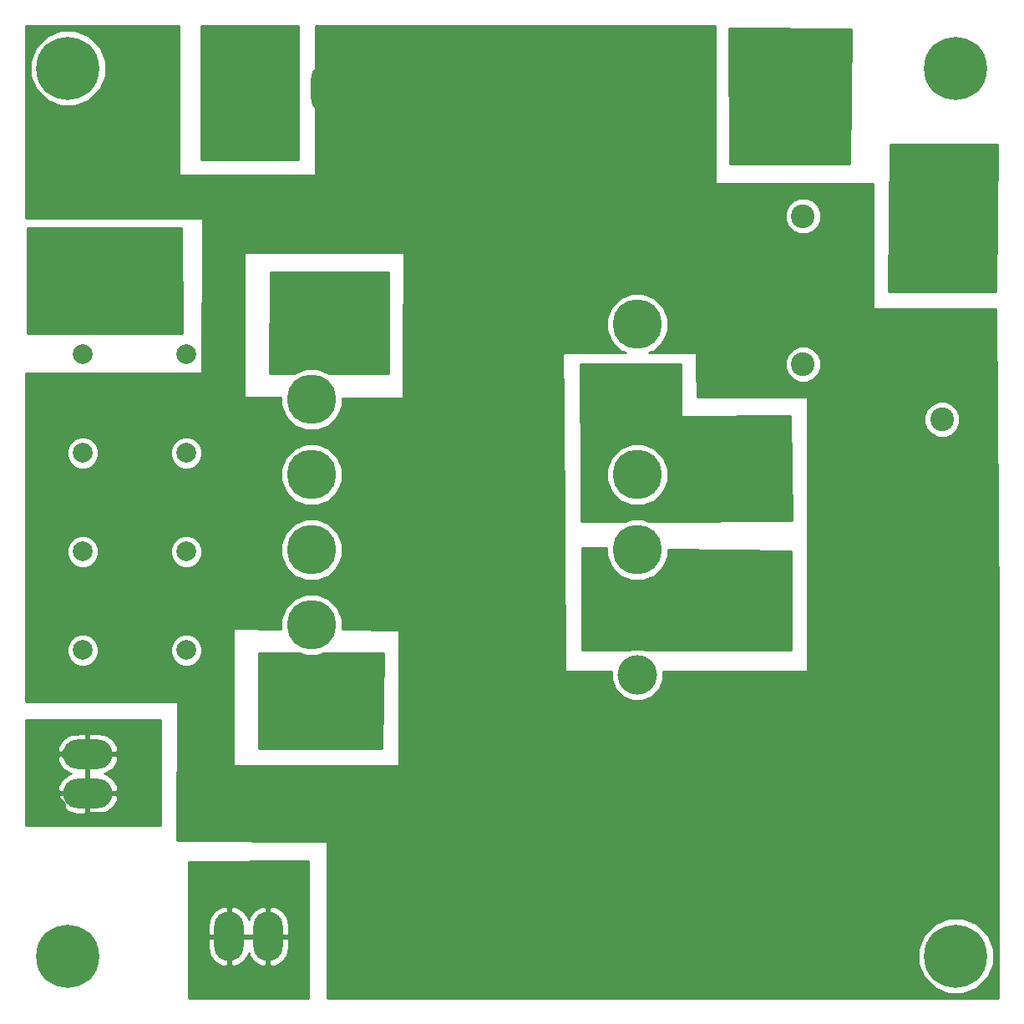
<source format=gbr>
G04 #@! TF.FileFunction,Copper,L2,Bot,Signal*
%FSLAX46Y46*%
G04 Gerber Fmt 4.6, Leading zero omitted, Abs format (unit mm)*
G04 Created by KiCad (PCBNEW 4.0.2-stable) date 10/05/17 14:13:38*
%MOMM*%
G01*
G04 APERTURE LIST*
%ADD10C,0.100000*%
%ADD11C,2.000000*%
%ADD12C,2.400000*%
%ADD13C,5.000000*%
%ADD14C,4.000000*%
%ADD15O,5.001260X2.999740*%
%ADD16O,2.999740X5.001260*%
%ADD17C,6.400000*%
%ADD18C,0.800000*%
%ADD19C,0.600000*%
%ADD20C,1.000000*%
%ADD21C,0.254000*%
G04 APERTURE END LIST*
D10*
D11*
X71000000Y-69000000D03*
X71000000Y-79000000D03*
X71000000Y-89000000D03*
X71000000Y-99000000D03*
X81500000Y-69000000D03*
X81500000Y-79000000D03*
X81500000Y-89000000D03*
X81500000Y-99000000D03*
D12*
X158100000Y-60600000D03*
X158100000Y-75600000D03*
X144000000Y-55000000D03*
X144000000Y-70000000D03*
D13*
X94190000Y-104050000D03*
D14*
X127210000Y-101502380D03*
D13*
X94190000Y-96430000D03*
X127210000Y-96430000D03*
X94190000Y-88810000D03*
X127210000Y-88810000D03*
X94190000Y-81190000D03*
X127210000Y-81190000D03*
X94190000Y-73570000D03*
X127210000Y-73570000D03*
X94190000Y-65950000D03*
X127210000Y-65950000D03*
D15*
X139700000Y-90518800D03*
X139700000Y-94481200D03*
X139700000Y-80418800D03*
X139700000Y-84381200D03*
D16*
X87418800Y-42000000D03*
X91381200Y-42000000D03*
X95618800Y-42100000D03*
X99581200Y-42100000D03*
D15*
X71500000Y-113481200D03*
X71500000Y-109518800D03*
X158100000Y-50218800D03*
X158100000Y-54181200D03*
X72500000Y-61781200D03*
X72500000Y-57818800D03*
X72500000Y-53781200D03*
X72500000Y-49818800D03*
D16*
X142918800Y-41500000D03*
X146881200Y-41500000D03*
X89781200Y-128000000D03*
X85818800Y-128000000D03*
X132881200Y-128400000D03*
X128918800Y-128400000D03*
D17*
X69500000Y-130000000D03*
D18*
X71900000Y-130000000D03*
X71197056Y-131697056D03*
X69500000Y-132400000D03*
X67802944Y-131697056D03*
X67100000Y-130000000D03*
X67802944Y-128302944D03*
X69500000Y-127600000D03*
X71197056Y-128302944D03*
D17*
X159500000Y-130000000D03*
D18*
X161900000Y-130000000D03*
X161197056Y-131697056D03*
X159500000Y-132400000D03*
X157802944Y-131697056D03*
X157100000Y-130000000D03*
X157802944Y-128302944D03*
X159500000Y-127600000D03*
X161197056Y-128302944D03*
D17*
X159500000Y-40000000D03*
D18*
X161900000Y-40000000D03*
X161197056Y-41697056D03*
X159500000Y-42400000D03*
X157802944Y-41697056D03*
X157100000Y-40000000D03*
X157802944Y-38302944D03*
X159500000Y-37600000D03*
X161197056Y-38302944D03*
D17*
X69500000Y-40000000D03*
D18*
X71900000Y-40000000D03*
X71197056Y-41697056D03*
X69500000Y-42400000D03*
X67802944Y-41697056D03*
X67100000Y-40000000D03*
X67802944Y-38302944D03*
X69500000Y-37600000D03*
X71197056Y-38302944D03*
D19*
X91340000Y-48240000D03*
X91380000Y-45390000D03*
X89350000Y-46020000D03*
X89450000Y-48220000D03*
X87600000Y-47350000D03*
X87500000Y-45520000D03*
X85570000Y-44730000D03*
X85760000Y-46480000D03*
X85800000Y-48270000D03*
X83900000Y-48430000D03*
X84010000Y-46670000D03*
X84120000Y-44650000D03*
X84160000Y-42520000D03*
X84210000Y-40460000D03*
X83760000Y-37770000D03*
X85690000Y-38790000D03*
X85220000Y-36620000D03*
X87500000Y-36370000D03*
X87420000Y-38400000D03*
X89470000Y-38650000D03*
X89710000Y-36370000D03*
X91660000Y-36370000D03*
X91660000Y-38180000D03*
X78790000Y-56940000D03*
X76470000Y-57050000D03*
X75890000Y-58980000D03*
X77760000Y-58650000D03*
X79710000Y-58650000D03*
X79880000Y-60410000D03*
X78090000Y-60740000D03*
X76000000Y-61130000D03*
X77340000Y-63000000D03*
X79430000Y-63000000D03*
X79680000Y-65770000D03*
X77530000Y-65770000D03*
X75210000Y-65990000D03*
X73480000Y-64370000D03*
X72500000Y-65970000D03*
X70970000Y-64350000D03*
X68790000Y-64070000D03*
X69120000Y-66110000D03*
X66830000Y-66130000D03*
X66610000Y-64180000D03*
X66780000Y-62190000D03*
X68870000Y-62250000D03*
X68820000Y-59760000D03*
X66440000Y-59790000D03*
X66750000Y-57700000D03*
X68930000Y-57670000D03*
X90920000Y-63950000D03*
X90830000Y-61830000D03*
X92790000Y-61800000D03*
X94770000Y-61660000D03*
X96500000Y-63000000D03*
X98800000Y-63340000D03*
X98740000Y-61640000D03*
X100840000Y-61860000D03*
X101060000Y-63840000D03*
X99520000Y-65380000D03*
X97760000Y-65660000D03*
X97040000Y-68150000D03*
X98940000Y-67670000D03*
X100920000Y-67560000D03*
X100840000Y-69650000D03*
X98990000Y-69910000D03*
X97040000Y-70070000D03*
X95330000Y-69540000D03*
X93070000Y-69770000D03*
X91170000Y-69930000D03*
X90940000Y-68060000D03*
X90720000Y-65830000D03*
X155910000Y-116730000D03*
X150600000Y-116230000D03*
X146910000Y-116400000D03*
X143440000Y-116620000D03*
X144450000Y-119470000D03*
X149090000Y-119750000D03*
X153500000Y-119020000D03*
X158080000Y-120250000D03*
X158250000Y-117680000D03*
X158530000Y-114390000D03*
X155400000Y-114220000D03*
X152330000Y-114330000D03*
X147690000Y-114160000D03*
X144450000Y-114160000D03*
X140820000Y-114050000D03*
X140260000Y-117850000D03*
X140710000Y-121650000D03*
X144000000Y-121990000D03*
X149140000Y-122100000D03*
X155070000Y-122990000D03*
X158360000Y-122940000D03*
X161440000Y-122380000D03*
X161440000Y-119640000D03*
X161850000Y-115940000D03*
X161730000Y-113540000D03*
X162040000Y-110910000D03*
X159940000Y-110760000D03*
X157090000Y-110760000D03*
X154420000Y-111020000D03*
X151300000Y-110730000D03*
X147720000Y-110700000D03*
X144140000Y-111010000D03*
X140990000Y-110750000D03*
X137910000Y-110390000D03*
X137910000Y-112740000D03*
X135450000Y-115620000D03*
X138140000Y-116570000D03*
X138300000Y-121090000D03*
X138810000Y-124840000D03*
X143220000Y-124720000D03*
X147580000Y-124840000D03*
X152220000Y-124840000D03*
X132690000Y-116230000D03*
X135530000Y-111760000D03*
X132080000Y-110950000D03*
X128630000Y-114600000D03*
X131670000Y-119480000D03*
X135740000Y-120090000D03*
X135740000Y-123950000D03*
X136350000Y-128020000D03*
X142850000Y-127610000D03*
X147320000Y-128630000D03*
X151990000Y-128630000D03*
X150980000Y-132080000D03*
X146510000Y-132080000D03*
X141430000Y-131880000D03*
X136750000Y-131060000D03*
X132370000Y-122950000D03*
X128640000Y-122240000D03*
X126680000Y-120640000D03*
X126770000Y-115130000D03*
X127390000Y-111480000D03*
X123660000Y-111130000D03*
X123390000Y-114860000D03*
X119840000Y-117880000D03*
X118060000Y-115660000D03*
X119930000Y-111570000D03*
X117610000Y-111570000D03*
X115210000Y-112730000D03*
X114410000Y-117970000D03*
X111040000Y-119570000D03*
X111660000Y-115390000D03*
X111660000Y-112900000D03*
X110320000Y-108280000D03*
X112990000Y-107840000D03*
X116550000Y-107120000D03*
X116280000Y-103040000D03*
X114060000Y-103300000D03*
X111130000Y-104010000D03*
X110640000Y-98070000D03*
X113050000Y-98350000D03*
X116340000Y-98850000D03*
X116510000Y-95440000D03*
X113550000Y-95050000D03*
X110310000Y-94660000D03*
X110080000Y-91030000D03*
X112600000Y-91420000D03*
X116340000Y-91700000D03*
X116400000Y-88230000D03*
X112540000Y-87120000D03*
X109410000Y-87170000D03*
X107440000Y-89610000D03*
X108050000Y-94280000D03*
X108250000Y-100580000D03*
X108450000Y-105050000D03*
X108660000Y-110950000D03*
X108660000Y-116640000D03*
X108860000Y-121920000D03*
X112110000Y-122530000D03*
X117800000Y-121310000D03*
X123080000Y-119080000D03*
X124910000Y-124560000D03*
X120040000Y-126190000D03*
X114350000Y-126190000D03*
X108860000Y-125580000D03*
X111300000Y-130450000D03*
X116990000Y-130250000D03*
X123900000Y-130860000D03*
X103920000Y-38050000D03*
X109440000Y-37690000D03*
X114950000Y-37520000D03*
X119210000Y-37690000D03*
X124370000Y-37520000D03*
X128640000Y-37870000D03*
X128730000Y-41250000D03*
X125170000Y-41430000D03*
X119750000Y-40810000D03*
X115300000Y-40810000D03*
X109440000Y-41250000D03*
X106150000Y-41340000D03*
X104810000Y-41690000D03*
X103390000Y-44180000D03*
X106150000Y-45250000D03*
X112100000Y-44720000D03*
X117440000Y-44270000D03*
X120460000Y-44630000D03*
X124370000Y-45070000D03*
X125620000Y-45070000D03*
X130060000Y-44890000D03*
X128820000Y-50050000D03*
X121700000Y-50140000D03*
X118150000Y-50140000D03*
X113970000Y-50230000D03*
X112100000Y-50230000D03*
X108280000Y-50050000D03*
X103750000Y-49430000D03*
X109350000Y-47030000D03*
X113610000Y-47120000D03*
X118500000Y-47650000D03*
X123040000Y-47830000D03*
X126150000Y-47830000D03*
X126150000Y-52900000D03*
X129620000Y-52810000D03*
X129880000Y-56540000D03*
X129790000Y-59120000D03*
X125530000Y-58760000D03*
X125790000Y-55740000D03*
X121970000Y-53430000D03*
X118060000Y-52980000D03*
X118860000Y-55920000D03*
X121620000Y-56100000D03*
X121790000Y-58410000D03*
X116280000Y-58760000D03*
X114950000Y-54580000D03*
X110410000Y-53430000D03*
X106500000Y-53870000D03*
X107920000Y-57870000D03*
X110680000Y-58230000D03*
X112370000Y-55830000D03*
X112710000Y-60800000D03*
X109520000Y-60910000D03*
X105840000Y-60850000D03*
X105450000Y-64040000D03*
X108690000Y-64210000D03*
X112260000Y-64370000D03*
X116340000Y-63030000D03*
X115950000Y-65990000D03*
X115750000Y-70140000D03*
X112460000Y-69340000D03*
X106410000Y-67560000D03*
X107480000Y-68280000D03*
X106500000Y-73430000D03*
X106590000Y-76540000D03*
X103840000Y-79480000D03*
X98860000Y-79570000D03*
X98320000Y-82410000D03*
X97970000Y-86320000D03*
X101080000Y-88720000D03*
X101260000Y-83920000D03*
X105260000Y-82410000D03*
X107210000Y-79480000D03*
X109700000Y-75570000D03*
X109350000Y-71740000D03*
X112810000Y-73160000D03*
X116370000Y-74230000D03*
X116370000Y-77790000D03*
X113350000Y-77170000D03*
X112990000Y-80100000D03*
X116190000Y-81250000D03*
X116190000Y-85080000D03*
X111300000Y-84010000D03*
X110060000Y-80190000D03*
X107840000Y-84810000D03*
X105260000Y-87570000D03*
X66470000Y-115590000D03*
X68760000Y-115840000D03*
X67670000Y-113600000D03*
X65770000Y-113460000D03*
X65970000Y-111510000D03*
X67920000Y-111260000D03*
X67840000Y-109020000D03*
X66050000Y-109470000D03*
X66190000Y-107400000D03*
X68170000Y-107180000D03*
X70800000Y-106840000D03*
X73540000Y-106950000D03*
X76360000Y-106810000D03*
X77480000Y-108350000D03*
X74990000Y-108550000D03*
X75570000Y-110180000D03*
X78030000Y-110480000D03*
X76670000Y-112000000D03*
X74820000Y-112170000D03*
X75940000Y-113840000D03*
X77950000Y-114490000D03*
X76720000Y-115830000D03*
X75020000Y-115800000D03*
X73230000Y-115920000D03*
X71450000Y-116010000D03*
X92520000Y-131170000D03*
X92700000Y-133480000D03*
X90710000Y-133580000D03*
X90480000Y-131470000D03*
X88550000Y-131250000D03*
X88700000Y-133280000D03*
X86660000Y-133200000D03*
X86620000Y-131350000D03*
X84820000Y-131370000D03*
X84590000Y-133340000D03*
X82890000Y-132970000D03*
X82860000Y-130700000D03*
X83010000Y-128200000D03*
X82810000Y-125900000D03*
X82840000Y-123410000D03*
X82810000Y-121430000D03*
X84550000Y-122130000D03*
X84490000Y-124280000D03*
X86640000Y-123910000D03*
X86530000Y-121200000D03*
X88490000Y-122460000D03*
X88320000Y-124580000D03*
X90250000Y-123860000D03*
X90440000Y-121620000D03*
X92450000Y-121930000D03*
X92560000Y-124050000D03*
X92540000Y-125920000D03*
X92620000Y-127930000D03*
X100320000Y-100200000D03*
X98260000Y-100200000D03*
X96160000Y-100770000D03*
X97610000Y-101880000D03*
X100200000Y-101880000D03*
X100390000Y-103900000D03*
X97800000Y-103750000D03*
X98030000Y-105610000D03*
X100240000Y-105650000D03*
X100280000Y-107860000D03*
X97920000Y-107940000D03*
X95940000Y-107980000D03*
X93350000Y-107630000D03*
X91250000Y-107780000D03*
X89920000Y-106870000D03*
X90410000Y-104660000D03*
X89650000Y-102680000D03*
X90080000Y-100540000D03*
X91990000Y-100460000D03*
X93980000Y-100240000D03*
X162000000Y-49570000D03*
X162140000Y-51580000D03*
X161860000Y-53980000D03*
X161630000Y-56630000D03*
X162050000Y-59200000D03*
X162160000Y-61500000D03*
X160400000Y-61500000D03*
X160260000Y-59570000D03*
X159870000Y-57080000D03*
X157810000Y-56970000D03*
X155910000Y-57000000D03*
X155820000Y-59090000D03*
X155650000Y-61300000D03*
X153870000Y-61020000D03*
X154030000Y-59010000D03*
X154060000Y-57300000D03*
X154120000Y-55280000D03*
X154180000Y-53570000D03*
X154240000Y-51800000D03*
X154430000Y-50150000D03*
X141580000Y-97540000D03*
X139900000Y-97540000D03*
X137770000Y-97960000D03*
X136020000Y-96580000D03*
X134800000Y-94560000D03*
X133080000Y-95670000D03*
X133240000Y-97650000D03*
X130800000Y-97840000D03*
X131030000Y-95550000D03*
X131600000Y-93420000D03*
X133810000Y-92540000D03*
X136090000Y-91590000D03*
X134720000Y-89880000D03*
X132210000Y-90180000D03*
X130610000Y-91330000D03*
X129350000Y-93000000D03*
X126490000Y-92770000D03*
X124400000Y-92160000D03*
X123060000Y-90260000D03*
X122910000Y-93000000D03*
X123220000Y-95210000D03*
X123290000Y-97570000D03*
X147540000Y-45130000D03*
X145130000Y-44640000D03*
X145270000Y-46760000D03*
X147520000Y-46940000D03*
X147320000Y-48830000D03*
X145350000Y-48810000D03*
X143480000Y-48730000D03*
X143380000Y-46940000D03*
X143440000Y-44890000D03*
X141670000Y-44660000D03*
X141770000Y-46470000D03*
X141550000Y-48610000D03*
X139720000Y-48480000D03*
X137550000Y-48420000D03*
X137710000Y-46470000D03*
X139860000Y-46170000D03*
X140020000Y-44080000D03*
X137460000Y-44460000D03*
X137810000Y-41910000D03*
X139870000Y-41760000D03*
X140170000Y-39200000D03*
X137660000Y-39700000D03*
X138230000Y-37340000D03*
X141120000Y-37380000D03*
X143710000Y-37570000D03*
X146530000Y-37530000D03*
X137660000Y-77950000D03*
X139830000Y-77950000D03*
X141920000Y-77950000D03*
X141010000Y-76280000D03*
X138650000Y-76280000D03*
X136470000Y-76280000D03*
X134650000Y-77040000D03*
X134800000Y-79550000D03*
X132510000Y-79900000D03*
X131940000Y-77460000D03*
X130490000Y-75480000D03*
X130760000Y-73340000D03*
X130300000Y-71090000D03*
X123670000Y-71490000D03*
X122440000Y-72980000D03*
X123440000Y-74680000D03*
X122430000Y-76080000D03*
X124400000Y-76310000D03*
X123060000Y-78370000D03*
X122910000Y-80580000D03*
X122800000Y-82520000D03*
X122950000Y-84730000D03*
X125040000Y-84730000D03*
X127100000Y-85040000D03*
X129160000Y-85150000D03*
X131670000Y-84810000D03*
X134110000Y-85000000D03*
X135830000Y-83860000D03*
X135750000Y-81340000D03*
X133620000Y-82220000D03*
X131330000Y-81880000D03*
X130910000Y-79210000D03*
X129160000Y-77300000D03*
X126720000Y-77000000D03*
D20*
X91381200Y-42000000D02*
X91381200Y-38458800D01*
X91340000Y-45430000D02*
X91340000Y-48240000D01*
X91380000Y-45390000D02*
X91340000Y-45430000D01*
X89350000Y-48120000D02*
X89350000Y-46020000D01*
X89450000Y-48220000D02*
X89350000Y-48120000D01*
X87600000Y-45620000D02*
X87600000Y-47350000D01*
X87500000Y-45520000D02*
X87600000Y-45620000D01*
X85570000Y-46290000D02*
X85570000Y-44730000D01*
X85760000Y-46480000D02*
X85570000Y-46290000D01*
X84060000Y-48270000D02*
X85800000Y-48270000D01*
X83900000Y-48430000D02*
X84060000Y-48270000D01*
X84010000Y-44760000D02*
X84010000Y-46670000D01*
X84120000Y-44650000D02*
X84010000Y-44760000D01*
X84160000Y-40510000D02*
X84160000Y-42520000D01*
X84210000Y-40460000D02*
X84160000Y-40510000D01*
X84670000Y-37770000D02*
X83760000Y-37770000D01*
X85690000Y-38790000D02*
X84670000Y-37770000D01*
X87250000Y-36620000D02*
X85220000Y-36620000D01*
X87500000Y-36370000D02*
X87250000Y-36620000D01*
X89220000Y-38400000D02*
X87420000Y-38400000D01*
X89470000Y-38650000D02*
X89220000Y-38400000D01*
X91660000Y-36370000D02*
X89710000Y-36370000D01*
X91381200Y-38458800D02*
X91660000Y-38180000D01*
X72500000Y-57818800D02*
X69078800Y-57818800D01*
X79740000Y-57890000D02*
X79740000Y-58870000D01*
X78790000Y-56940000D02*
X79740000Y-57890000D01*
X76470000Y-58400000D02*
X76470000Y-57050000D01*
X75890000Y-58980000D02*
X76470000Y-58400000D01*
X79710000Y-58650000D02*
X77760000Y-58650000D01*
X78420000Y-60410000D02*
X79880000Y-60410000D01*
X78090000Y-60740000D02*
X78420000Y-60410000D01*
X76000000Y-61660000D02*
X76000000Y-61130000D01*
X77340000Y-63000000D02*
X76000000Y-61660000D01*
X79430000Y-65520000D02*
X79430000Y-63000000D01*
X79680000Y-65770000D02*
X79430000Y-65520000D01*
X75430000Y-65770000D02*
X77530000Y-65770000D01*
X75210000Y-65990000D02*
X75430000Y-65770000D01*
X73480000Y-64990000D02*
X73480000Y-64370000D01*
X72500000Y-65970000D02*
X73480000Y-64990000D01*
X69070000Y-64350000D02*
X70970000Y-64350000D01*
X68790000Y-64070000D02*
X69070000Y-64350000D01*
X66850000Y-66110000D02*
X69120000Y-66110000D01*
X66830000Y-66130000D02*
X66850000Y-66110000D01*
X66610000Y-62360000D02*
X66610000Y-64180000D01*
X66780000Y-62190000D02*
X66610000Y-62360000D01*
X68870000Y-59810000D02*
X68870000Y-62250000D01*
X68820000Y-59760000D02*
X68870000Y-59810000D01*
X66440000Y-58010000D02*
X66440000Y-59790000D01*
X66750000Y-57700000D02*
X66440000Y-58010000D01*
X69078800Y-57818800D02*
X68930000Y-57670000D01*
X90920000Y-61920000D02*
X90920000Y-63950000D01*
X90830000Y-61830000D02*
X90920000Y-61920000D01*
X94630000Y-61800000D02*
X92790000Y-61800000D01*
X94770000Y-61660000D02*
X94630000Y-61800000D01*
X98460000Y-63000000D02*
X96500000Y-63000000D01*
X98800000Y-63340000D02*
X98460000Y-63000000D01*
X100620000Y-61640000D02*
X98740000Y-61640000D01*
X100840000Y-61860000D02*
X100620000Y-61640000D01*
X99520000Y-65380000D02*
X101060000Y-63840000D01*
X97760000Y-67430000D02*
X97760000Y-65660000D01*
X97040000Y-68150000D02*
X97760000Y-67430000D01*
X100810000Y-67670000D02*
X98940000Y-67670000D01*
X100920000Y-67560000D02*
X100810000Y-67670000D01*
X99250000Y-69650000D02*
X100840000Y-69650000D01*
X98990000Y-69910000D02*
X99250000Y-69650000D01*
X95860000Y-70070000D02*
X97040000Y-70070000D01*
X95330000Y-69540000D02*
X95860000Y-70070000D01*
X91330000Y-69770000D02*
X93070000Y-69770000D01*
X91170000Y-69930000D02*
X91330000Y-69770000D01*
X90940000Y-66050000D02*
X90940000Y-68060000D01*
X90720000Y-65830000D02*
X90940000Y-66050000D01*
X151100000Y-116730000D02*
X155910000Y-116730000D01*
X150600000Y-116230000D02*
X151100000Y-116730000D01*
X143660000Y-116400000D02*
X146910000Y-116400000D01*
X143440000Y-116620000D02*
X143660000Y-116400000D01*
X148810000Y-119470000D02*
X144450000Y-119470000D01*
X149090000Y-119750000D02*
X148810000Y-119470000D01*
X156850000Y-119020000D02*
X153500000Y-119020000D01*
X158080000Y-120250000D02*
X156850000Y-119020000D01*
X158250000Y-114670000D02*
X158250000Y-117680000D01*
X158530000Y-114390000D02*
X158250000Y-114670000D01*
X152440000Y-114220000D02*
X155400000Y-114220000D01*
X152330000Y-114330000D02*
X152440000Y-114220000D01*
X144450000Y-114160000D02*
X147690000Y-114160000D01*
X140820000Y-117290000D02*
X140820000Y-114050000D01*
X140260000Y-117850000D02*
X140820000Y-117290000D01*
X143660000Y-121650000D02*
X140710000Y-121650000D01*
X144000000Y-121990000D02*
X143660000Y-121650000D01*
X154180000Y-122100000D02*
X149140000Y-122100000D01*
X155070000Y-122990000D02*
X154180000Y-122100000D01*
X160880000Y-122940000D02*
X158360000Y-122940000D01*
X161440000Y-122380000D02*
X160880000Y-122940000D01*
X161440000Y-116350000D02*
X161440000Y-119640000D01*
X161850000Y-115940000D02*
X161440000Y-116350000D01*
X161730000Y-111220000D02*
X161730000Y-113540000D01*
X162040000Y-110910000D02*
X161730000Y-111220000D01*
X157090000Y-110760000D02*
X159940000Y-110760000D01*
X151590000Y-111020000D02*
X154420000Y-111020000D01*
X151300000Y-110730000D02*
X151590000Y-111020000D01*
X144450000Y-110700000D02*
X147720000Y-110700000D01*
X144140000Y-111010000D02*
X144450000Y-110700000D01*
X138270000Y-110750000D02*
X140990000Y-110750000D01*
X137910000Y-110390000D02*
X138270000Y-110750000D01*
X137910000Y-113160000D02*
X137910000Y-112740000D01*
X135450000Y-115620000D02*
X137910000Y-113160000D01*
X138140000Y-120930000D02*
X138140000Y-116570000D01*
X138300000Y-121090000D02*
X138140000Y-120930000D01*
X143100000Y-124840000D02*
X138810000Y-124840000D01*
X143220000Y-124720000D02*
X143100000Y-124840000D01*
X152220000Y-124840000D02*
X147580000Y-124840000D01*
X132881200Y-128400000D02*
X134090000Y-128400000D01*
X134090000Y-128400000D02*
X136750000Y-131060000D01*
X132690000Y-114600000D02*
X132690000Y-116230000D01*
X135530000Y-111760000D02*
X132690000Y-114600000D01*
X132080000Y-111150000D02*
X132080000Y-110950000D01*
X128630000Y-114600000D02*
X132080000Y-111150000D01*
X135130000Y-119480000D02*
X131670000Y-119480000D01*
X135740000Y-120090000D02*
X135130000Y-119480000D01*
X135740000Y-127410000D02*
X135740000Y-123950000D01*
X136350000Y-128020000D02*
X135740000Y-127410000D01*
X146300000Y-127610000D02*
X142850000Y-127610000D01*
X147320000Y-128630000D02*
X146300000Y-127610000D01*
X151990000Y-131070000D02*
X151990000Y-128630000D01*
X150980000Y-132080000D02*
X151990000Y-131070000D01*
X141630000Y-132080000D02*
X146510000Y-132080000D01*
X141430000Y-131880000D02*
X141630000Y-132080000D01*
X128918800Y-128400000D02*
X126360000Y-128400000D01*
X129350000Y-122950000D02*
X132370000Y-122950000D01*
X128640000Y-122240000D02*
X129350000Y-122950000D01*
X126680000Y-115220000D02*
X126680000Y-120640000D01*
X126770000Y-115130000D02*
X126680000Y-115220000D01*
X124010000Y-111480000D02*
X127390000Y-111480000D01*
X123660000Y-111130000D02*
X124010000Y-111480000D01*
X122860000Y-114860000D02*
X123390000Y-114860000D01*
X119840000Y-117880000D02*
X122860000Y-114860000D01*
X118060000Y-113440000D02*
X118060000Y-115660000D01*
X119930000Y-111570000D02*
X118060000Y-113440000D01*
X116370000Y-111570000D02*
X117610000Y-111570000D01*
X115210000Y-112730000D02*
X116370000Y-111570000D01*
X112640000Y-117970000D02*
X114410000Y-117970000D01*
X111040000Y-119570000D02*
X112640000Y-117970000D01*
X111660000Y-112900000D02*
X111660000Y-115390000D01*
X112550000Y-108280000D02*
X110320000Y-108280000D01*
X112990000Y-107840000D02*
X112550000Y-108280000D01*
X116550000Y-103310000D02*
X116550000Y-107120000D01*
X116280000Y-103040000D02*
X116550000Y-103310000D01*
X111840000Y-103300000D02*
X114060000Y-103300000D01*
X111130000Y-104010000D02*
X111840000Y-103300000D01*
X112770000Y-98070000D02*
X110640000Y-98070000D01*
X113050000Y-98350000D02*
X112770000Y-98070000D01*
X116340000Y-95610000D02*
X116340000Y-98850000D01*
X116510000Y-95440000D02*
X116340000Y-95610000D01*
X110700000Y-95050000D02*
X113550000Y-95050000D01*
X110310000Y-94660000D02*
X110700000Y-95050000D01*
X112210000Y-91030000D02*
X110080000Y-91030000D01*
X112600000Y-91420000D02*
X112210000Y-91030000D01*
X116340000Y-88290000D02*
X116340000Y-91700000D01*
X116400000Y-88230000D02*
X116340000Y-88290000D01*
X109460000Y-87120000D02*
X112540000Y-87120000D01*
X109410000Y-87170000D02*
X109460000Y-87120000D01*
X107440000Y-93670000D02*
X107440000Y-89610000D01*
X108050000Y-94280000D02*
X107440000Y-93670000D01*
X108250000Y-104850000D02*
X108250000Y-100580000D01*
X108450000Y-105050000D02*
X108250000Y-104850000D01*
X108660000Y-116640000D02*
X108660000Y-110950000D01*
X111500000Y-121920000D02*
X108860000Y-121920000D01*
X112110000Y-122530000D02*
X111500000Y-121920000D01*
X120850000Y-121310000D02*
X117800000Y-121310000D01*
X123080000Y-119080000D02*
X120850000Y-121310000D01*
X121670000Y-124560000D02*
X124910000Y-124560000D01*
X120040000Y-126190000D02*
X121670000Y-124560000D01*
X109470000Y-126190000D02*
X114350000Y-126190000D01*
X108860000Y-125580000D02*
X109470000Y-126190000D01*
X116790000Y-130450000D02*
X111300000Y-130450000D01*
X116990000Y-130250000D02*
X116790000Y-130450000D01*
X126360000Y-128400000D02*
X123900000Y-130860000D01*
X99581200Y-42100000D02*
X99870000Y-42100000D01*
X99870000Y-42100000D02*
X103920000Y-38050000D01*
X109440000Y-37690000D02*
X109610000Y-37520000D01*
X109610000Y-37520000D02*
X114950000Y-37520000D01*
X119210000Y-37690000D02*
X119380000Y-37520000D01*
X119380000Y-37520000D02*
X124370000Y-37520000D01*
X128640000Y-37870000D02*
X128730000Y-37960000D01*
X128730000Y-37960000D02*
X128730000Y-41250000D01*
X125170000Y-41430000D02*
X124550000Y-40810000D01*
X124550000Y-40810000D02*
X119750000Y-40810000D01*
X115300000Y-40810000D02*
X114860000Y-41250000D01*
X114860000Y-41250000D02*
X109440000Y-41250000D01*
X106150000Y-41340000D02*
X105800000Y-41690000D01*
X105800000Y-41690000D02*
X104810000Y-41690000D01*
X103390000Y-44180000D02*
X104460000Y-45250000D01*
X104460000Y-45250000D02*
X106150000Y-45250000D01*
X112100000Y-44720000D02*
X112550000Y-44270000D01*
X112550000Y-44270000D02*
X117440000Y-44270000D01*
X120460000Y-44630000D02*
X120900000Y-45070000D01*
X120900000Y-45070000D02*
X124370000Y-45070000D01*
X125620000Y-45070000D02*
X125800000Y-44890000D01*
X125800000Y-44890000D02*
X130060000Y-44890000D01*
X128820000Y-50050000D02*
X128730000Y-50140000D01*
X128730000Y-50140000D02*
X121700000Y-50140000D01*
X118150000Y-50140000D02*
X118060000Y-50230000D01*
X118060000Y-50230000D02*
X113970000Y-50230000D01*
X112100000Y-50230000D02*
X111920000Y-50050000D01*
X111920000Y-50050000D02*
X108280000Y-50050000D01*
X103750000Y-49430000D02*
X106150000Y-47030000D01*
X106150000Y-47030000D02*
X109350000Y-47030000D01*
X113610000Y-47120000D02*
X114140000Y-47650000D01*
X114140000Y-47650000D02*
X118500000Y-47650000D01*
X123040000Y-47830000D02*
X126150000Y-47830000D01*
X126150000Y-52900000D02*
X126240000Y-52810000D01*
X126240000Y-52810000D02*
X129620000Y-52810000D01*
X129880000Y-56540000D02*
X129790000Y-56630000D01*
X129790000Y-56630000D02*
X129790000Y-59120000D01*
X125530000Y-58760000D02*
X125790000Y-58500000D01*
X125790000Y-58500000D02*
X125790000Y-55740000D01*
X121970000Y-53430000D02*
X121520000Y-52980000D01*
X121520000Y-52980000D02*
X118060000Y-52980000D01*
X118860000Y-55920000D02*
X119040000Y-56100000D01*
X119040000Y-56100000D02*
X121620000Y-56100000D01*
X121790000Y-58410000D02*
X121440000Y-58760000D01*
X121440000Y-58760000D02*
X116280000Y-58760000D01*
X114950000Y-54580000D02*
X113800000Y-53430000D01*
X113800000Y-53430000D02*
X110410000Y-53430000D01*
X106500000Y-53870000D02*
X107920000Y-55290000D01*
X107920000Y-55290000D02*
X107920000Y-57870000D01*
X110680000Y-58230000D02*
X112370000Y-56540000D01*
X112370000Y-56540000D02*
X112370000Y-55830000D01*
X112710000Y-60800000D02*
X112600000Y-60910000D01*
X112600000Y-60910000D02*
X109520000Y-60910000D01*
X105840000Y-60850000D02*
X105450000Y-61240000D01*
X105450000Y-61240000D02*
X105450000Y-64040000D01*
X108690000Y-64210000D02*
X108850000Y-64370000D01*
X108850000Y-64370000D02*
X112260000Y-64370000D01*
X116340000Y-63030000D02*
X115950000Y-63420000D01*
X115950000Y-63420000D02*
X115950000Y-65990000D01*
X115750000Y-70140000D02*
X114950000Y-69340000D01*
X114950000Y-69340000D02*
X112460000Y-69340000D01*
X106410000Y-67560000D02*
X107130000Y-68280000D01*
X107130000Y-68280000D02*
X107480000Y-68280000D01*
X106500000Y-73430000D02*
X106590000Y-73520000D01*
X106590000Y-73520000D02*
X106590000Y-76540000D01*
X103840000Y-79480000D02*
X103750000Y-79570000D01*
X103750000Y-79570000D02*
X98860000Y-79570000D01*
X98320000Y-82410000D02*
X97970000Y-82760000D01*
X97970000Y-82760000D02*
X97970000Y-86320000D01*
X101080000Y-88720000D02*
X101260000Y-88540000D01*
X101260000Y-88540000D02*
X101260000Y-83920000D01*
X105260000Y-82410000D02*
X107210000Y-80460000D01*
X107210000Y-80460000D02*
X107210000Y-79480000D01*
X109700000Y-75570000D02*
X109350000Y-75220000D01*
X109350000Y-75220000D02*
X109350000Y-71740000D01*
X112810000Y-73160000D02*
X113880000Y-74230000D01*
X113880000Y-74230000D02*
X116370000Y-74230000D01*
X116370000Y-77790000D02*
X115750000Y-77170000D01*
X115750000Y-77170000D02*
X113350000Y-77170000D01*
X112990000Y-80100000D02*
X114140000Y-81250000D01*
X114140000Y-81250000D02*
X116190000Y-81250000D01*
X116190000Y-85080000D02*
X115120000Y-84010000D01*
X115120000Y-84010000D02*
X111300000Y-84010000D01*
X110060000Y-80190000D02*
X107840000Y-82410000D01*
X107840000Y-82410000D02*
X107840000Y-84810000D01*
X105260000Y-87570000D02*
X104290000Y-88540000D01*
X104290000Y-88540000D02*
X100990000Y-88540000D01*
X65740000Y-114860000D02*
X65740000Y-113380000D01*
X66470000Y-115590000D02*
X65740000Y-114860000D01*
X68760000Y-114690000D02*
X68760000Y-115840000D01*
X67670000Y-113600000D02*
X68760000Y-114690000D01*
X65770000Y-111710000D02*
X65770000Y-113460000D01*
X65970000Y-111510000D02*
X65770000Y-111710000D01*
X67920000Y-109100000D02*
X67920000Y-111260000D01*
X67840000Y-109020000D02*
X67920000Y-109100000D01*
X66050000Y-107540000D02*
X66050000Y-109470000D01*
X66190000Y-107400000D02*
X66050000Y-107540000D01*
X70460000Y-107180000D02*
X68170000Y-107180000D01*
X70800000Y-106840000D02*
X70460000Y-107180000D01*
X76220000Y-106950000D02*
X73540000Y-106950000D01*
X76360000Y-106810000D02*
X76220000Y-106950000D01*
X75190000Y-108350000D02*
X77480000Y-108350000D01*
X74990000Y-108550000D02*
X75190000Y-108350000D01*
X77730000Y-110180000D02*
X75570000Y-110180000D01*
X78030000Y-110480000D02*
X77730000Y-110180000D01*
X74990000Y-112000000D02*
X76670000Y-112000000D01*
X74820000Y-112170000D02*
X74990000Y-112000000D01*
X77300000Y-113840000D02*
X75940000Y-113840000D01*
X77950000Y-114490000D02*
X77300000Y-113840000D01*
X75050000Y-115830000D02*
X76720000Y-115830000D01*
X75020000Y-115800000D02*
X75050000Y-115830000D01*
X71540000Y-115920000D02*
X73230000Y-115920000D01*
X71450000Y-116010000D02*
X71540000Y-115920000D01*
X92520000Y-133300000D02*
X92520000Y-131170000D01*
X92700000Y-133480000D02*
X92520000Y-133300000D01*
X90710000Y-131700000D02*
X90710000Y-133580000D01*
X90480000Y-131470000D02*
X90710000Y-131700000D01*
X88550000Y-133130000D02*
X88550000Y-131250000D01*
X88700000Y-133280000D02*
X88550000Y-133130000D01*
X86660000Y-131390000D02*
X86660000Y-133200000D01*
X86620000Y-131350000D02*
X86660000Y-131390000D01*
X84820000Y-133110000D02*
X84820000Y-131370000D01*
X84590000Y-133340000D02*
X84820000Y-133110000D01*
X82890000Y-130730000D02*
X82890000Y-132970000D01*
X82860000Y-130700000D02*
X82890000Y-130730000D01*
X83010000Y-126100000D02*
X83010000Y-128200000D01*
X82810000Y-125900000D02*
X83010000Y-126100000D01*
X82840000Y-121460000D02*
X82840000Y-123410000D01*
X82810000Y-121430000D02*
X82840000Y-121460000D01*
X84550000Y-124220000D02*
X84550000Y-122130000D01*
X84490000Y-124280000D02*
X84550000Y-124220000D01*
X86640000Y-121310000D02*
X86640000Y-123910000D01*
X86530000Y-121200000D02*
X86640000Y-121310000D01*
X88490000Y-124410000D02*
X88490000Y-122460000D01*
X88320000Y-124580000D02*
X88490000Y-124410000D01*
X90250000Y-121810000D02*
X90250000Y-123860000D01*
X90440000Y-121620000D02*
X90250000Y-121810000D01*
X92450000Y-123940000D02*
X92450000Y-121930000D01*
X92560000Y-124050000D02*
X92450000Y-123940000D01*
X92540000Y-127850000D02*
X92540000Y-125920000D01*
X92620000Y-127930000D02*
X92540000Y-127850000D01*
X98260000Y-100200000D02*
X100320000Y-100200000D01*
X96500000Y-100770000D02*
X96160000Y-100770000D01*
X97610000Y-101880000D02*
X96500000Y-100770000D01*
X100200000Y-103710000D02*
X100200000Y-101880000D01*
X100390000Y-103900000D02*
X100200000Y-103710000D01*
X97800000Y-105380000D02*
X97800000Y-103750000D01*
X98030000Y-105610000D02*
X97800000Y-105380000D01*
X100240000Y-107820000D02*
X100240000Y-105650000D01*
X100280000Y-107860000D02*
X100240000Y-107820000D01*
X95980000Y-107940000D02*
X97920000Y-107940000D01*
X95940000Y-107980000D02*
X95980000Y-107940000D01*
X91400000Y-107630000D02*
X93350000Y-107630000D01*
X91250000Y-107780000D02*
X91400000Y-107630000D01*
X89920000Y-105150000D02*
X89920000Y-106870000D01*
X90410000Y-104660000D02*
X89920000Y-105150000D01*
X89650000Y-100970000D02*
X89650000Y-102680000D01*
X90080000Y-100540000D02*
X89650000Y-100970000D01*
X93760000Y-100460000D02*
X91990000Y-100460000D01*
X93980000Y-100240000D02*
X93760000Y-100460000D01*
X69308800Y-109518800D02*
X71500000Y-109518800D01*
X158100000Y-50218800D02*
X154498800Y-50218800D01*
X162000000Y-49570000D02*
X158100000Y-53470000D01*
X162140000Y-53700000D02*
X162140000Y-51580000D01*
X161860000Y-53980000D02*
X162140000Y-53700000D01*
X161630000Y-58780000D02*
X161630000Y-56630000D01*
X162050000Y-59200000D02*
X161630000Y-58780000D01*
X160400000Y-61500000D02*
X162160000Y-61500000D01*
X160260000Y-57470000D02*
X160260000Y-59570000D01*
X159870000Y-57080000D02*
X160260000Y-57470000D01*
X155940000Y-56970000D02*
X157810000Y-56970000D01*
X155910000Y-57000000D02*
X155940000Y-56970000D01*
X155820000Y-61130000D02*
X155820000Y-59090000D01*
X155650000Y-61300000D02*
X155820000Y-61130000D01*
X153870000Y-59170000D02*
X153870000Y-61020000D01*
X154030000Y-59010000D02*
X153870000Y-59170000D01*
X154060000Y-55340000D02*
X154060000Y-57300000D01*
X154120000Y-55280000D02*
X154060000Y-55340000D01*
X154180000Y-51860000D02*
X154180000Y-53570000D01*
X154240000Y-51800000D02*
X154180000Y-51860000D01*
X154498800Y-50218800D02*
X154430000Y-50150000D01*
X158100000Y-53470000D02*
X158100000Y-54181200D01*
X139900000Y-97540000D02*
X141580000Y-97540000D01*
X137400000Y-97960000D02*
X137770000Y-97960000D01*
X136020000Y-96580000D02*
X137400000Y-97960000D01*
X134190000Y-94560000D02*
X134800000Y-94560000D01*
X133080000Y-95670000D02*
X134190000Y-94560000D01*
X130990000Y-97650000D02*
X133240000Y-97650000D01*
X130800000Y-97840000D02*
X130990000Y-97650000D01*
X131030000Y-93990000D02*
X131030000Y-95550000D01*
X131600000Y-93420000D02*
X131030000Y-93990000D01*
X135140000Y-92540000D02*
X133810000Y-92540000D01*
X136090000Y-91590000D02*
X135140000Y-92540000D01*
X132510000Y-89880000D02*
X134720000Y-89880000D01*
X132210000Y-90180000D02*
X132510000Y-89880000D01*
X130610000Y-91740000D02*
X130610000Y-91330000D01*
X129350000Y-93000000D02*
X130610000Y-91740000D01*
X125010000Y-92770000D02*
X126490000Y-92770000D01*
X124400000Y-92160000D02*
X125010000Y-92770000D01*
X123060000Y-92850000D02*
X123060000Y-90260000D01*
X122910000Y-93000000D02*
X123060000Y-92850000D01*
X123220000Y-97500000D02*
X123220000Y-95210000D01*
X123290000Y-97570000D02*
X123220000Y-97500000D01*
X139700000Y-94890000D02*
X139700000Y-94481200D01*
X146881200Y-41500000D02*
X146881200Y-37881200D01*
X147620000Y-46900000D02*
X147440000Y-46900000D01*
X147620000Y-45210000D02*
X147620000Y-46900000D01*
X147540000Y-45130000D02*
X147620000Y-45210000D01*
X145130000Y-46620000D02*
X145130000Y-44640000D01*
X145270000Y-46760000D02*
X145130000Y-46620000D01*
X147520000Y-48630000D02*
X147520000Y-46940000D01*
X147320000Y-48830000D02*
X147520000Y-48630000D01*
X143560000Y-48810000D02*
X145350000Y-48810000D01*
X143480000Y-48730000D02*
X143560000Y-48810000D01*
X143380000Y-44950000D02*
X143380000Y-46940000D01*
X143440000Y-44890000D02*
X143380000Y-44950000D01*
X141670000Y-46370000D02*
X141670000Y-44660000D01*
X141770000Y-46470000D02*
X141670000Y-46370000D01*
X139850000Y-48610000D02*
X141550000Y-48610000D01*
X139720000Y-48480000D02*
X139850000Y-48610000D01*
X137550000Y-46630000D02*
X137550000Y-48420000D01*
X137710000Y-46470000D02*
X137550000Y-46630000D01*
X139860000Y-44240000D02*
X139860000Y-46170000D01*
X140020000Y-44080000D02*
X139860000Y-44240000D01*
X137460000Y-42260000D02*
X137460000Y-44460000D01*
X137810000Y-41910000D02*
X137460000Y-42260000D01*
X139870000Y-39500000D02*
X139870000Y-41760000D01*
X140170000Y-39200000D02*
X139870000Y-39500000D01*
X137660000Y-37910000D02*
X137660000Y-39700000D01*
X138230000Y-37340000D02*
X137660000Y-37910000D01*
X143520000Y-37380000D02*
X141120000Y-37380000D01*
X143710000Y-37570000D02*
X143520000Y-37380000D01*
X146881200Y-37881200D02*
X146530000Y-37530000D01*
X127210000Y-73570000D02*
X127820000Y-73570000D01*
X127820000Y-73570000D02*
X130300000Y-71090000D01*
X139830000Y-77950000D02*
X137660000Y-77950000D01*
X141920000Y-77190000D02*
X141920000Y-77950000D01*
X141010000Y-76280000D02*
X141920000Y-77190000D01*
X136470000Y-76280000D02*
X138650000Y-76280000D01*
X134650000Y-79400000D02*
X134650000Y-77040000D01*
X134800000Y-79550000D02*
X134650000Y-79400000D01*
X132510000Y-78030000D02*
X132510000Y-79900000D01*
X131940000Y-77460000D02*
X132510000Y-78030000D01*
X130490000Y-73610000D02*
X130490000Y-75480000D01*
X130760000Y-73340000D02*
X130490000Y-73610000D01*
X123670000Y-71490000D02*
X122440000Y-72720000D01*
X122440000Y-72720000D02*
X122440000Y-72980000D01*
X123440000Y-74680000D02*
X122430000Y-75690000D01*
X122430000Y-75690000D02*
X122430000Y-76080000D01*
X124400000Y-76310000D02*
X123060000Y-77650000D01*
X123060000Y-77650000D02*
X123060000Y-78370000D01*
X122910000Y-80580000D02*
X122800000Y-80690000D01*
X122800000Y-80690000D02*
X122800000Y-82520000D01*
X122950000Y-84730000D02*
X125040000Y-84730000D01*
X127100000Y-85040000D02*
X127210000Y-85150000D01*
X127210000Y-85150000D02*
X129160000Y-85150000D01*
X131670000Y-84810000D02*
X131860000Y-85000000D01*
X131860000Y-85000000D02*
X134110000Y-85000000D01*
X135830000Y-83860000D02*
X135750000Y-83780000D01*
X135750000Y-83780000D02*
X135750000Y-81340000D01*
X133620000Y-82220000D02*
X133280000Y-81880000D01*
X133280000Y-81880000D02*
X131330000Y-81880000D01*
X130910000Y-79210000D02*
X129160000Y-77460000D01*
X129160000Y-77460000D02*
X129160000Y-77300000D01*
X126720000Y-77000000D02*
X126030000Y-76310000D01*
X126030000Y-76310000D02*
X124510000Y-76310000D01*
D21*
G36*
X93872839Y-134290000D02*
X81766852Y-134290000D01*
X81762509Y-128127000D01*
X83683930Y-128127000D01*
X83683930Y-129127760D01*
X83895038Y-129935072D01*
X84399021Y-130600144D01*
X85119153Y-131021724D01*
X85359988Y-131085745D01*
X85691800Y-130972795D01*
X85691800Y-128127000D01*
X85945800Y-128127000D01*
X85945800Y-130972795D01*
X86277612Y-131085745D01*
X86518447Y-131021724D01*
X87238579Y-130600144D01*
X87742562Y-129935072D01*
X87800000Y-129715420D01*
X87857438Y-129935072D01*
X88361421Y-130600144D01*
X89081553Y-131021724D01*
X89322388Y-131085745D01*
X89654200Y-130972795D01*
X89654200Y-128127000D01*
X89908200Y-128127000D01*
X89908200Y-130972795D01*
X90240012Y-131085745D01*
X90480847Y-131021724D01*
X91200979Y-130600144D01*
X91704962Y-129935072D01*
X91916070Y-129127760D01*
X91916070Y-128127000D01*
X89908200Y-128127000D01*
X89654200Y-128127000D01*
X85945800Y-128127000D01*
X85691800Y-128127000D01*
X83683930Y-128127000D01*
X81762509Y-128127000D01*
X81761625Y-126872240D01*
X83683930Y-126872240D01*
X83683930Y-127873000D01*
X85691800Y-127873000D01*
X85691800Y-125027205D01*
X85945800Y-125027205D01*
X85945800Y-127873000D01*
X89654200Y-127873000D01*
X89654200Y-125027205D01*
X89908200Y-125027205D01*
X89908200Y-127873000D01*
X91916070Y-127873000D01*
X91916070Y-126872240D01*
X91704962Y-126064928D01*
X91200979Y-125399856D01*
X90480847Y-124978276D01*
X90240012Y-124914255D01*
X89908200Y-125027205D01*
X89654200Y-125027205D01*
X89322388Y-124914255D01*
X89081553Y-124978276D01*
X88361421Y-125399856D01*
X87857438Y-126064928D01*
X87800000Y-126284580D01*
X87742562Y-126064928D01*
X87238579Y-125399856D01*
X86518447Y-124978276D01*
X86277612Y-124914255D01*
X85945800Y-125027205D01*
X85691800Y-125027205D01*
X85359988Y-124914255D01*
X85119153Y-124978276D01*
X84399021Y-125399856D01*
X83895038Y-126064928D01*
X83683930Y-126872240D01*
X81761625Y-126872240D01*
X81757089Y-120436385D01*
X93863089Y-120377618D01*
X93872839Y-134290000D01*
X93872839Y-134290000D01*
G37*
X93872839Y-134290000D02*
X81766852Y-134290000D01*
X81762509Y-128127000D01*
X83683930Y-128127000D01*
X83683930Y-129127760D01*
X83895038Y-129935072D01*
X84399021Y-130600144D01*
X85119153Y-131021724D01*
X85359988Y-131085745D01*
X85691800Y-130972795D01*
X85691800Y-128127000D01*
X85945800Y-128127000D01*
X85945800Y-130972795D01*
X86277612Y-131085745D01*
X86518447Y-131021724D01*
X87238579Y-130600144D01*
X87742562Y-129935072D01*
X87800000Y-129715420D01*
X87857438Y-129935072D01*
X88361421Y-130600144D01*
X89081553Y-131021724D01*
X89322388Y-131085745D01*
X89654200Y-130972795D01*
X89654200Y-128127000D01*
X89908200Y-128127000D01*
X89908200Y-130972795D01*
X90240012Y-131085745D01*
X90480847Y-131021724D01*
X91200979Y-130600144D01*
X91704962Y-129935072D01*
X91916070Y-129127760D01*
X91916070Y-128127000D01*
X89908200Y-128127000D01*
X89654200Y-128127000D01*
X85945800Y-128127000D01*
X85691800Y-128127000D01*
X83683930Y-128127000D01*
X81762509Y-128127000D01*
X81761625Y-126872240D01*
X83683930Y-126872240D01*
X83683930Y-127873000D01*
X85691800Y-127873000D01*
X85691800Y-125027205D01*
X85945800Y-125027205D01*
X85945800Y-127873000D01*
X89654200Y-127873000D01*
X89654200Y-125027205D01*
X89908200Y-125027205D01*
X89908200Y-127873000D01*
X91916070Y-127873000D01*
X91916070Y-126872240D01*
X91704962Y-126064928D01*
X91200979Y-125399856D01*
X90480847Y-124978276D01*
X90240012Y-124914255D01*
X89908200Y-125027205D01*
X89654200Y-125027205D01*
X89322388Y-124914255D01*
X89081553Y-124978276D01*
X88361421Y-125399856D01*
X87857438Y-126064928D01*
X87800000Y-126284580D01*
X87742562Y-126064928D01*
X87238579Y-125399856D01*
X86518447Y-124978276D01*
X86277612Y-124914255D01*
X85945800Y-125027205D01*
X85691800Y-125027205D01*
X85359988Y-124914255D01*
X85119153Y-124978276D01*
X84399021Y-125399856D01*
X83895038Y-126064928D01*
X83683930Y-126872240D01*
X81761625Y-126872240D01*
X81757089Y-120436385D01*
X93863089Y-120377618D01*
X93872839Y-134290000D01*
G36*
X78833693Y-106076729D02*
X78892302Y-116763000D01*
X65210000Y-116763000D01*
X65210000Y-113940012D01*
X68414255Y-113940012D01*
X68478276Y-114180847D01*
X68899856Y-114900979D01*
X69564928Y-115404962D01*
X70372240Y-115616070D01*
X71373000Y-115616070D01*
X71373000Y-113608200D01*
X71627000Y-113608200D01*
X71627000Y-115616070D01*
X72627760Y-115616070D01*
X73435072Y-115404962D01*
X74100144Y-114900979D01*
X74521724Y-114180847D01*
X74585745Y-113940012D01*
X74472795Y-113608200D01*
X71627000Y-113608200D01*
X71373000Y-113608200D01*
X68527205Y-113608200D01*
X68414255Y-113940012D01*
X65210000Y-113940012D01*
X65210000Y-109977612D01*
X68414255Y-109977612D01*
X68478276Y-110218447D01*
X68899856Y-110938579D01*
X69564928Y-111442562D01*
X69784580Y-111500000D01*
X69564928Y-111557438D01*
X68899856Y-112061421D01*
X68478276Y-112781553D01*
X68414255Y-113022388D01*
X68527205Y-113354200D01*
X71373000Y-113354200D01*
X71373000Y-109645800D01*
X71627000Y-109645800D01*
X71627000Y-113354200D01*
X74472795Y-113354200D01*
X74585745Y-113022388D01*
X74521724Y-112781553D01*
X74100144Y-112061421D01*
X73435072Y-111557438D01*
X73215420Y-111500000D01*
X73435072Y-111442562D01*
X74100144Y-110938579D01*
X74521724Y-110218447D01*
X74585745Y-109977612D01*
X74472795Y-109645800D01*
X71627000Y-109645800D01*
X71373000Y-109645800D01*
X68527205Y-109645800D01*
X68414255Y-109977612D01*
X65210000Y-109977612D01*
X65210000Y-109059988D01*
X68414255Y-109059988D01*
X68527205Y-109391800D01*
X71373000Y-109391800D01*
X71373000Y-107383930D01*
X71627000Y-107383930D01*
X71627000Y-109391800D01*
X74472795Y-109391800D01*
X74585745Y-109059988D01*
X74521724Y-108819153D01*
X74100144Y-108099021D01*
X73435072Y-107595038D01*
X72627760Y-107383930D01*
X71627000Y-107383930D01*
X71373000Y-107383930D01*
X70372240Y-107383930D01*
X69564928Y-107595038D01*
X68899856Y-108099021D01*
X68478276Y-108819153D01*
X68414255Y-109059988D01*
X65210000Y-109059988D01*
X65210000Y-106047473D01*
X78833693Y-106076729D01*
X78833693Y-106076729D01*
G37*
X78833693Y-106076729D02*
X78892302Y-116763000D01*
X65210000Y-116763000D01*
X65210000Y-113940012D01*
X68414255Y-113940012D01*
X68478276Y-114180847D01*
X68899856Y-114900979D01*
X69564928Y-115404962D01*
X70372240Y-115616070D01*
X71373000Y-115616070D01*
X71373000Y-113608200D01*
X71627000Y-113608200D01*
X71627000Y-115616070D01*
X72627760Y-115616070D01*
X73435072Y-115404962D01*
X74100144Y-114900979D01*
X74521724Y-114180847D01*
X74585745Y-113940012D01*
X74472795Y-113608200D01*
X71627000Y-113608200D01*
X71373000Y-113608200D01*
X68527205Y-113608200D01*
X68414255Y-113940012D01*
X65210000Y-113940012D01*
X65210000Y-109977612D01*
X68414255Y-109977612D01*
X68478276Y-110218447D01*
X68899856Y-110938579D01*
X69564928Y-111442562D01*
X69784580Y-111500000D01*
X69564928Y-111557438D01*
X68899856Y-112061421D01*
X68478276Y-112781553D01*
X68414255Y-113022388D01*
X68527205Y-113354200D01*
X71373000Y-113354200D01*
X71373000Y-109645800D01*
X71627000Y-109645800D01*
X71627000Y-113354200D01*
X74472795Y-113354200D01*
X74585745Y-113022388D01*
X74521724Y-112781553D01*
X74100144Y-112061421D01*
X73435072Y-111557438D01*
X73215420Y-111500000D01*
X73435072Y-111442562D01*
X74100144Y-110938579D01*
X74521724Y-110218447D01*
X74585745Y-109977612D01*
X74472795Y-109645800D01*
X71627000Y-109645800D01*
X71373000Y-109645800D01*
X68527205Y-109645800D01*
X68414255Y-109977612D01*
X65210000Y-109977612D01*
X65210000Y-109059988D01*
X68414255Y-109059988D01*
X68527205Y-109391800D01*
X71373000Y-109391800D01*
X71373000Y-107383930D01*
X71627000Y-107383930D01*
X71627000Y-109391800D01*
X74472795Y-109391800D01*
X74585745Y-109059988D01*
X74521724Y-108819153D01*
X74100144Y-108099021D01*
X73435072Y-107595038D01*
X72627760Y-107383930D01*
X71627000Y-107383930D01*
X71373000Y-107383930D01*
X70372240Y-107383930D01*
X69564928Y-107595038D01*
X68899856Y-108099021D01*
X68478276Y-108819153D01*
X68414255Y-109059988D01*
X65210000Y-109059988D01*
X65210000Y-106047473D01*
X78833693Y-106076729D01*
G36*
X81062066Y-66853321D02*
X65426535Y-66892681D01*
X65387465Y-56207000D01*
X80983928Y-56207000D01*
X81062066Y-66853321D01*
X81062066Y-66853321D01*
G37*
X81062066Y-66853321D02*
X65426535Y-66892681D01*
X65387465Y-56207000D01*
X80983928Y-56207000D01*
X81062066Y-66853321D01*
G36*
X101963102Y-60707328D02*
X101972879Y-70972792D01*
X96017310Y-70963069D01*
X95968153Y-70913826D01*
X94816326Y-70435546D01*
X93569146Y-70434457D01*
X92416485Y-70910727D01*
X92370017Y-70957114D01*
X89977367Y-70953208D01*
X90006854Y-60770426D01*
X90010347Y-60764879D01*
X90018575Y-60718337D01*
X90018556Y-60716789D01*
X101949243Y-60697133D01*
X101963102Y-60707328D01*
X101963102Y-60707328D01*
G37*
X101963102Y-60707328D02*
X101972879Y-70972792D01*
X96017310Y-70963069D01*
X95968153Y-70913826D01*
X94816326Y-70435546D01*
X93569146Y-70434457D01*
X92416485Y-70910727D01*
X92370017Y-70957114D01*
X89977367Y-70953208D01*
X90006854Y-60770426D01*
X90010347Y-60764879D01*
X90018575Y-60718337D01*
X90018556Y-60716789D01*
X101949243Y-60697133D01*
X101963102Y-60707328D01*
G36*
X101294914Y-108952605D02*
X88856614Y-108913399D01*
X88827387Y-99336604D01*
X92983839Y-99323686D01*
X93563674Y-99564454D01*
X94810854Y-99565543D01*
X95414476Y-99316131D01*
X101441058Y-99297401D01*
X101294914Y-108952605D01*
X101294914Y-108952605D01*
G37*
X101294914Y-108952605D02*
X88856614Y-108913399D01*
X88827387Y-99336604D01*
X92983839Y-99323686D01*
X93563674Y-99564454D01*
X94810854Y-99565543D01*
X95414476Y-99316131D01*
X101441058Y-99297401D01*
X101294914Y-108952605D01*
G36*
X92803631Y-49243000D02*
X83056819Y-49243000D01*
X83037556Y-35710000D01*
X92870959Y-35710000D01*
X92803631Y-49243000D01*
X92803631Y-49243000D01*
G37*
X92803631Y-49243000D02*
X83056819Y-49243000D01*
X83037556Y-35710000D01*
X92870959Y-35710000D01*
X92803631Y-49243000D01*
G36*
X124075124Y-88666744D02*
X124074457Y-89430854D01*
X124550727Y-90583515D01*
X125431847Y-91466174D01*
X126583674Y-91944454D01*
X127830854Y-91945543D01*
X128983515Y-91469273D01*
X129866174Y-90588153D01*
X130344454Y-89436326D01*
X130345042Y-88763475D01*
X142763000Y-88955056D01*
X142763000Y-98953059D01*
X127958330Y-98959978D01*
X127736433Y-98867838D01*
X126688166Y-98866923D01*
X126461264Y-98960677D01*
X121617120Y-98962941D01*
X121626878Y-88628973D01*
X124075124Y-88666744D01*
X124075124Y-88666744D01*
G37*
X124075124Y-88666744D02*
X124074457Y-89430854D01*
X124550727Y-90583515D01*
X125431847Y-91466174D01*
X126583674Y-91944454D01*
X127830854Y-91945543D01*
X128983515Y-91469273D01*
X129866174Y-90588153D01*
X130344454Y-89436326D01*
X130345042Y-88763475D01*
X142763000Y-88955056D01*
X142763000Y-98953059D01*
X127958330Y-98959978D01*
X127736433Y-98867838D01*
X126688166Y-98866923D01*
X126461264Y-98960677D01*
X121617120Y-98962941D01*
X121626878Y-88628973D01*
X124075124Y-88666744D01*
G36*
X131623000Y-75210000D02*
X131633006Y-75259410D01*
X131661447Y-75301035D01*
X131703841Y-75328315D01*
X131751029Y-75336996D01*
X142734522Y-75248021D01*
X142861475Y-85863238D01*
X128353132Y-85890143D01*
X127836326Y-85675546D01*
X126589146Y-85674457D01*
X126056841Y-85894401D01*
X121546450Y-85902765D01*
X121528715Y-81810854D01*
X124074457Y-81810854D01*
X124550727Y-82963515D01*
X125431847Y-83846174D01*
X126583674Y-84324454D01*
X127830854Y-84325543D01*
X128983515Y-83849273D01*
X129866174Y-82968153D01*
X130344454Y-81816326D01*
X130345543Y-80569146D01*
X129869273Y-79416485D01*
X128988153Y-78533826D01*
X127836326Y-78055546D01*
X126589146Y-78054457D01*
X125436485Y-78530727D01*
X124553826Y-79411847D01*
X124075546Y-80563674D01*
X124074457Y-81810854D01*
X121528715Y-81810854D01*
X121477552Y-70007000D01*
X131623000Y-70007000D01*
X131623000Y-75210000D01*
X131623000Y-75210000D01*
G37*
X131623000Y-75210000D02*
X131633006Y-75259410D01*
X131661447Y-75301035D01*
X131703841Y-75328315D01*
X131751029Y-75336996D01*
X142734522Y-75248021D01*
X142861475Y-85863238D01*
X128353132Y-85890143D01*
X127836326Y-85675546D01*
X126589146Y-85674457D01*
X126056841Y-85894401D01*
X121546450Y-85902765D01*
X121528715Y-81810854D01*
X124074457Y-81810854D01*
X124550727Y-82963515D01*
X125431847Y-83846174D01*
X126583674Y-84324454D01*
X127830854Y-84325543D01*
X128983515Y-83849273D01*
X129866174Y-82968153D01*
X130344454Y-81816326D01*
X130345543Y-80569146D01*
X129869273Y-79416485D01*
X128988153Y-78533826D01*
X127836326Y-78055546D01*
X126589146Y-78054457D01*
X125436485Y-78530727D01*
X124553826Y-79411847D01*
X124075546Y-80563674D01*
X124074457Y-81810854D01*
X121528715Y-81810854D01*
X121477552Y-70007000D01*
X131623000Y-70007000D01*
X131623000Y-75210000D01*
G36*
X148881628Y-36026797D02*
X148734364Y-49712492D01*
X136586365Y-49663508D01*
X136517641Y-36007203D01*
X148881628Y-36026797D01*
X148881628Y-36026797D01*
G37*
X148881628Y-36026797D02*
X148734364Y-49712492D01*
X136586365Y-49663508D01*
X136517641Y-36007203D01*
X148881628Y-36026797D01*
G36*
X163514335Y-62623000D02*
X152738013Y-62623000D01*
X152855998Y-47776545D01*
X163671646Y-47737464D01*
X163514335Y-62623000D01*
X163514335Y-62623000D01*
G37*
X163514335Y-62623000D02*
X152738013Y-62623000D01*
X152855998Y-47776545D01*
X163671646Y-47737464D01*
X163514335Y-62623000D01*
G36*
X80722682Y-50710081D02*
X80732719Y-50759484D01*
X80761186Y-50801091D01*
X80803598Y-50828344D01*
X80849682Y-50837000D01*
X94451161Y-50837000D01*
X94500571Y-50826994D01*
X94542196Y-50798553D01*
X94569476Y-50756159D01*
X94578161Y-50710321D01*
X94616016Y-35710000D01*
X135102912Y-35710000D01*
X135093000Y-51559921D01*
X135102975Y-51609337D01*
X135131390Y-51650979D01*
X135173767Y-51678286D01*
X135220080Y-51687000D01*
X151053299Y-51677079D01*
X151083000Y-64260300D01*
X151093123Y-64309686D01*
X151121662Y-64351243D01*
X151164120Y-64378423D01*
X151210000Y-64387000D01*
X163494197Y-64387000D01*
X163790000Y-95643592D01*
X163790000Y-119045901D01*
X163753737Y-134290000D01*
X95787106Y-134290000D01*
X95789311Y-130759482D01*
X155664336Y-130759482D01*
X156246950Y-132169515D01*
X157324811Y-133249259D01*
X158733825Y-133834333D01*
X160259482Y-133835664D01*
X161669515Y-133253050D01*
X162749259Y-132175189D01*
X163334333Y-130766175D01*
X163335664Y-129240518D01*
X162753050Y-127830485D01*
X161675189Y-126750741D01*
X160266175Y-126165667D01*
X158740518Y-126164336D01*
X157330485Y-126746950D01*
X156250741Y-127824811D01*
X155665667Y-129233825D01*
X155664336Y-130759482D01*
X95789311Y-130759482D01*
X95797000Y-118450079D01*
X95787025Y-118400663D01*
X95758610Y-118359021D01*
X95716233Y-118331714D01*
X95670576Y-118323001D01*
X80598602Y-118254625D01*
X80666998Y-104360625D01*
X80657236Y-104311166D01*
X80629000Y-104269402D01*
X80586741Y-104241914D01*
X80540325Y-104233000D01*
X65210000Y-104193742D01*
X65210000Y-99323795D01*
X69364716Y-99323795D01*
X69613106Y-99924943D01*
X70072637Y-100385278D01*
X70673352Y-100634716D01*
X71323795Y-100635284D01*
X71924943Y-100386894D01*
X72385278Y-99927363D01*
X72634716Y-99326648D01*
X72634718Y-99323795D01*
X79864716Y-99323795D01*
X80113106Y-99924943D01*
X80572637Y-100385278D01*
X81173352Y-100634716D01*
X81823795Y-100635284D01*
X82424943Y-100386894D01*
X82885278Y-99927363D01*
X83134716Y-99326648D01*
X83135284Y-98676205D01*
X82886894Y-98075057D01*
X82427363Y-97614722D01*
X81826648Y-97365284D01*
X81176205Y-97364716D01*
X80575057Y-97613106D01*
X80114722Y-98072637D01*
X79865284Y-98673352D01*
X79864716Y-99323795D01*
X72634718Y-99323795D01*
X72635284Y-98676205D01*
X72386894Y-98075057D01*
X71927363Y-97614722D01*
X71326648Y-97365284D01*
X70676205Y-97364716D01*
X70075057Y-97613106D01*
X69614722Y-98072637D01*
X69365284Y-98673352D01*
X69364716Y-99323795D01*
X65210000Y-99323795D01*
X65210000Y-96900000D01*
X86233000Y-96900000D01*
X86233000Y-110589385D01*
X86243006Y-110638795D01*
X86271447Y-110680420D01*
X86313841Y-110707700D01*
X86360072Y-110716385D01*
X102990072Y-110707000D01*
X103039476Y-110696966D01*
X103081085Y-110668502D01*
X103108341Y-110626092D01*
X103117000Y-110580000D01*
X103117000Y-97019047D01*
X103106994Y-96969637D01*
X103078553Y-96928012D01*
X103036159Y-96900732D01*
X102990909Y-96892050D01*
X97324633Y-96851488D01*
X97325543Y-95809146D01*
X96849273Y-94656485D01*
X95968153Y-93773826D01*
X94816326Y-93295546D01*
X93569146Y-93294457D01*
X92416485Y-93770727D01*
X91533826Y-94651847D01*
X91055546Y-95803674D01*
X91054670Y-96806604D01*
X86360909Y-96773003D01*
X86311429Y-96782655D01*
X86269602Y-96810797D01*
X86242019Y-96852995D01*
X86233000Y-96900000D01*
X65210000Y-96900000D01*
X65210000Y-89323795D01*
X69364716Y-89323795D01*
X69613106Y-89924943D01*
X70072637Y-90385278D01*
X70673352Y-90634716D01*
X71323795Y-90635284D01*
X71924943Y-90386894D01*
X72385278Y-89927363D01*
X72634716Y-89326648D01*
X72634718Y-89323795D01*
X79864716Y-89323795D01*
X80113106Y-89924943D01*
X80572637Y-90385278D01*
X81173352Y-90634716D01*
X81823795Y-90635284D01*
X82424943Y-90386894D01*
X82885278Y-89927363D01*
X83091446Y-89430854D01*
X91054457Y-89430854D01*
X91530727Y-90583515D01*
X92411847Y-91466174D01*
X93563674Y-91944454D01*
X94810854Y-91945543D01*
X95963515Y-91469273D01*
X96846174Y-90588153D01*
X97324454Y-89436326D01*
X97325543Y-88189146D01*
X96849273Y-87036485D01*
X95968153Y-86153826D01*
X94816326Y-85675546D01*
X93569146Y-85674457D01*
X92416485Y-86150727D01*
X91533826Y-87031847D01*
X91055546Y-88183674D01*
X91054457Y-89430854D01*
X83091446Y-89430854D01*
X83134716Y-89326648D01*
X83135284Y-88676205D01*
X82886894Y-88075057D01*
X82427363Y-87614722D01*
X81826648Y-87365284D01*
X81176205Y-87364716D01*
X80575057Y-87613106D01*
X80114722Y-88072637D01*
X79865284Y-88673352D01*
X79864716Y-89323795D01*
X72634718Y-89323795D01*
X72635284Y-88676205D01*
X72386894Y-88075057D01*
X71927363Y-87614722D01*
X71326648Y-87365284D01*
X70676205Y-87364716D01*
X70075057Y-87613106D01*
X69614722Y-88072637D01*
X69365284Y-88673352D01*
X69364716Y-89323795D01*
X65210000Y-89323795D01*
X65210000Y-81810854D01*
X91054457Y-81810854D01*
X91530727Y-82963515D01*
X92411847Y-83846174D01*
X93563674Y-84324454D01*
X94810854Y-84325543D01*
X95963515Y-83849273D01*
X96846174Y-82968153D01*
X97324454Y-81816326D01*
X97325543Y-80569146D01*
X96849273Y-79416485D01*
X95968153Y-78533826D01*
X94816326Y-78055546D01*
X93569146Y-78054457D01*
X92416485Y-78530727D01*
X91533826Y-79411847D01*
X91055546Y-80563674D01*
X91054457Y-81810854D01*
X65210000Y-81810854D01*
X65210000Y-79323795D01*
X69364716Y-79323795D01*
X69613106Y-79924943D01*
X70072637Y-80385278D01*
X70673352Y-80634716D01*
X71323795Y-80635284D01*
X71924943Y-80386894D01*
X72385278Y-79927363D01*
X72634716Y-79326648D01*
X72634718Y-79323795D01*
X79864716Y-79323795D01*
X80113106Y-79924943D01*
X80572637Y-80385278D01*
X81173352Y-80634716D01*
X81823795Y-80635284D01*
X82424943Y-80386894D01*
X82885278Y-79927363D01*
X83134716Y-79326648D01*
X83135284Y-78676205D01*
X82886894Y-78075057D01*
X82427363Y-77614722D01*
X81826648Y-77365284D01*
X81176205Y-77364716D01*
X80575057Y-77613106D01*
X80114722Y-78072637D01*
X79865284Y-78673352D01*
X79864716Y-79323795D01*
X72634718Y-79323795D01*
X72635284Y-78676205D01*
X72386894Y-78075057D01*
X71927363Y-77614722D01*
X71326648Y-77365284D01*
X70676205Y-77364716D01*
X70075057Y-77613106D01*
X69614722Y-78072637D01*
X69365284Y-78673352D01*
X69364716Y-79323795D01*
X65210000Y-79323795D01*
X65210000Y-70927000D01*
X82980000Y-70927000D01*
X83029410Y-70916994D01*
X83071035Y-70888553D01*
X83098315Y-70846159D01*
X83106998Y-70800656D01*
X83114362Y-69375665D01*
X83134716Y-69326648D01*
X83135284Y-68676205D01*
X83118191Y-68634837D01*
X83169016Y-58800000D01*
X87373000Y-58800000D01*
X87373000Y-73280000D01*
X87383006Y-73329410D01*
X87411447Y-73371035D01*
X87453841Y-73398315D01*
X87499488Y-73406999D01*
X91055129Y-73421327D01*
X91054457Y-74190854D01*
X91530727Y-75343515D01*
X92411847Y-76226174D01*
X93563674Y-76704454D01*
X94810854Y-76705543D01*
X95963515Y-76229273D01*
X96846174Y-75348153D01*
X97324454Y-74196326D01*
X97325109Y-73446594D01*
X103386405Y-73471019D01*
X103435855Y-73461212D01*
X103477594Y-73432940D01*
X103505045Y-73390655D01*
X103513914Y-73344920D01*
X103544845Y-68980792D01*
X119623002Y-68980792D01*
X119652637Y-73732236D01*
X119643053Y-73748243D01*
X119635800Y-73791489D01*
X119836228Y-101059191D01*
X119846597Y-101108527D01*
X119875343Y-101149941D01*
X119917937Y-101176909D01*
X119963480Y-101185258D01*
X124575283Y-101176007D01*
X124574543Y-102024214D01*
X124974853Y-102993038D01*
X125715443Y-103734922D01*
X126683567Y-104136922D01*
X127731834Y-104137837D01*
X128700658Y-103737527D01*
X129442542Y-102996937D01*
X129844542Y-102028813D01*
X129845296Y-101165435D01*
X144371281Y-101136296D01*
X144420671Y-101126191D01*
X144462238Y-101097667D01*
X144489433Y-101055218D01*
X144498026Y-101009383D01*
X144515257Y-75963403D01*
X156264682Y-75963403D01*
X156543455Y-76638086D01*
X157059199Y-77154730D01*
X157733395Y-77434681D01*
X158463403Y-77435318D01*
X159138086Y-77156545D01*
X159654730Y-76640801D01*
X159934681Y-75966605D01*
X159935318Y-75236597D01*
X159656545Y-74561914D01*
X159140801Y-74045270D01*
X158466605Y-73765319D01*
X157736597Y-73764682D01*
X157061914Y-74043455D01*
X156545270Y-74559199D01*
X156265319Y-75233395D01*
X156264682Y-75963403D01*
X144515257Y-75963403D01*
X144517000Y-73430087D01*
X144507028Y-73380670D01*
X144478616Y-73339026D01*
X144436240Y-73311717D01*
X144390000Y-73303000D01*
X133721147Y-73303000D01*
X133284777Y-73295208D01*
X133232071Y-70363403D01*
X142164682Y-70363403D01*
X142443455Y-71038086D01*
X142959199Y-71554730D01*
X143633395Y-71834681D01*
X144363403Y-71835318D01*
X145038086Y-71556545D01*
X145554730Y-71040801D01*
X145834681Y-70366605D01*
X145835318Y-69636597D01*
X145556545Y-68961914D01*
X145040801Y-68445270D01*
X144366605Y-68165319D01*
X143636597Y-68164682D01*
X142961914Y-68443455D01*
X142445270Y-68959199D01*
X142165319Y-69633395D01*
X142164682Y-70363403D01*
X133232071Y-70363403D01*
X133206979Y-68967717D01*
X133196087Y-68918495D01*
X133166903Y-68877388D01*
X133124025Y-68850875D01*
X133079905Y-68843000D01*
X128409373Y-68846504D01*
X128983515Y-68609273D01*
X129866174Y-67728153D01*
X130344454Y-66576326D01*
X130345543Y-65329146D01*
X129869273Y-64176485D01*
X128988153Y-63293826D01*
X127836326Y-62815546D01*
X126589146Y-62814457D01*
X125436485Y-63290727D01*
X124553826Y-64171847D01*
X124075546Y-65323674D01*
X124074457Y-66570854D01*
X124550727Y-67723515D01*
X125431847Y-68606174D01*
X126014952Y-68848300D01*
X119749905Y-68853000D01*
X119700502Y-68863043D01*
X119658899Y-68891515D01*
X119631651Y-68933930D01*
X119623002Y-68980792D01*
X103544845Y-68980792D01*
X103616997Y-58800900D01*
X103607341Y-58751420D01*
X103579196Y-58709595D01*
X103536996Y-58682016D01*
X103490000Y-58673000D01*
X87500000Y-58673000D01*
X87450590Y-58683006D01*
X87408965Y-58711447D01*
X87381685Y-58753841D01*
X87373000Y-58800000D01*
X83169016Y-58800000D01*
X83186777Y-55363403D01*
X142164682Y-55363403D01*
X142443455Y-56038086D01*
X142959199Y-56554730D01*
X143633395Y-56834681D01*
X144363403Y-56835318D01*
X145038086Y-56556545D01*
X145554730Y-56040801D01*
X145834681Y-55366605D01*
X145835318Y-54636597D01*
X145556545Y-53961914D01*
X145040801Y-53445270D01*
X144366605Y-53165319D01*
X143636597Y-53164682D01*
X142961914Y-53443455D01*
X142445270Y-53959199D01*
X142165319Y-54633395D01*
X142164682Y-55363403D01*
X83186777Y-55363403D01*
X83186998Y-55320656D01*
X83177248Y-55271195D01*
X83149023Y-55229424D01*
X83106770Y-55201926D01*
X83059790Y-55193000D01*
X65210000Y-55222504D01*
X65210000Y-40759482D01*
X65664336Y-40759482D01*
X66246950Y-42169515D01*
X67324811Y-43249259D01*
X68733825Y-43834333D01*
X70259482Y-43835664D01*
X71669515Y-43253050D01*
X72749259Y-42175189D01*
X73334333Y-40766175D01*
X73335664Y-39240518D01*
X72753050Y-37830485D01*
X71675189Y-36750741D01*
X70266175Y-36165667D01*
X68740518Y-36164336D01*
X67330485Y-36746950D01*
X66250741Y-37824811D01*
X65665667Y-39233825D01*
X65664336Y-40759482D01*
X65210000Y-40759482D01*
X65210000Y-35710000D01*
X80713153Y-35710000D01*
X80722682Y-50710081D01*
X80722682Y-50710081D01*
G37*
X80722682Y-50710081D02*
X80732719Y-50759484D01*
X80761186Y-50801091D01*
X80803598Y-50828344D01*
X80849682Y-50837000D01*
X94451161Y-50837000D01*
X94500571Y-50826994D01*
X94542196Y-50798553D01*
X94569476Y-50756159D01*
X94578161Y-50710321D01*
X94616016Y-35710000D01*
X135102912Y-35710000D01*
X135093000Y-51559921D01*
X135102975Y-51609337D01*
X135131390Y-51650979D01*
X135173767Y-51678286D01*
X135220080Y-51687000D01*
X151053299Y-51677079D01*
X151083000Y-64260300D01*
X151093123Y-64309686D01*
X151121662Y-64351243D01*
X151164120Y-64378423D01*
X151210000Y-64387000D01*
X163494197Y-64387000D01*
X163790000Y-95643592D01*
X163790000Y-119045901D01*
X163753737Y-134290000D01*
X95787106Y-134290000D01*
X95789311Y-130759482D01*
X155664336Y-130759482D01*
X156246950Y-132169515D01*
X157324811Y-133249259D01*
X158733825Y-133834333D01*
X160259482Y-133835664D01*
X161669515Y-133253050D01*
X162749259Y-132175189D01*
X163334333Y-130766175D01*
X163335664Y-129240518D01*
X162753050Y-127830485D01*
X161675189Y-126750741D01*
X160266175Y-126165667D01*
X158740518Y-126164336D01*
X157330485Y-126746950D01*
X156250741Y-127824811D01*
X155665667Y-129233825D01*
X155664336Y-130759482D01*
X95789311Y-130759482D01*
X95797000Y-118450079D01*
X95787025Y-118400663D01*
X95758610Y-118359021D01*
X95716233Y-118331714D01*
X95670576Y-118323001D01*
X80598602Y-118254625D01*
X80666998Y-104360625D01*
X80657236Y-104311166D01*
X80629000Y-104269402D01*
X80586741Y-104241914D01*
X80540325Y-104233000D01*
X65210000Y-104193742D01*
X65210000Y-99323795D01*
X69364716Y-99323795D01*
X69613106Y-99924943D01*
X70072637Y-100385278D01*
X70673352Y-100634716D01*
X71323795Y-100635284D01*
X71924943Y-100386894D01*
X72385278Y-99927363D01*
X72634716Y-99326648D01*
X72634718Y-99323795D01*
X79864716Y-99323795D01*
X80113106Y-99924943D01*
X80572637Y-100385278D01*
X81173352Y-100634716D01*
X81823795Y-100635284D01*
X82424943Y-100386894D01*
X82885278Y-99927363D01*
X83134716Y-99326648D01*
X83135284Y-98676205D01*
X82886894Y-98075057D01*
X82427363Y-97614722D01*
X81826648Y-97365284D01*
X81176205Y-97364716D01*
X80575057Y-97613106D01*
X80114722Y-98072637D01*
X79865284Y-98673352D01*
X79864716Y-99323795D01*
X72634718Y-99323795D01*
X72635284Y-98676205D01*
X72386894Y-98075057D01*
X71927363Y-97614722D01*
X71326648Y-97365284D01*
X70676205Y-97364716D01*
X70075057Y-97613106D01*
X69614722Y-98072637D01*
X69365284Y-98673352D01*
X69364716Y-99323795D01*
X65210000Y-99323795D01*
X65210000Y-96900000D01*
X86233000Y-96900000D01*
X86233000Y-110589385D01*
X86243006Y-110638795D01*
X86271447Y-110680420D01*
X86313841Y-110707700D01*
X86360072Y-110716385D01*
X102990072Y-110707000D01*
X103039476Y-110696966D01*
X103081085Y-110668502D01*
X103108341Y-110626092D01*
X103117000Y-110580000D01*
X103117000Y-97019047D01*
X103106994Y-96969637D01*
X103078553Y-96928012D01*
X103036159Y-96900732D01*
X102990909Y-96892050D01*
X97324633Y-96851488D01*
X97325543Y-95809146D01*
X96849273Y-94656485D01*
X95968153Y-93773826D01*
X94816326Y-93295546D01*
X93569146Y-93294457D01*
X92416485Y-93770727D01*
X91533826Y-94651847D01*
X91055546Y-95803674D01*
X91054670Y-96806604D01*
X86360909Y-96773003D01*
X86311429Y-96782655D01*
X86269602Y-96810797D01*
X86242019Y-96852995D01*
X86233000Y-96900000D01*
X65210000Y-96900000D01*
X65210000Y-89323795D01*
X69364716Y-89323795D01*
X69613106Y-89924943D01*
X70072637Y-90385278D01*
X70673352Y-90634716D01*
X71323795Y-90635284D01*
X71924943Y-90386894D01*
X72385278Y-89927363D01*
X72634716Y-89326648D01*
X72634718Y-89323795D01*
X79864716Y-89323795D01*
X80113106Y-89924943D01*
X80572637Y-90385278D01*
X81173352Y-90634716D01*
X81823795Y-90635284D01*
X82424943Y-90386894D01*
X82885278Y-89927363D01*
X83091446Y-89430854D01*
X91054457Y-89430854D01*
X91530727Y-90583515D01*
X92411847Y-91466174D01*
X93563674Y-91944454D01*
X94810854Y-91945543D01*
X95963515Y-91469273D01*
X96846174Y-90588153D01*
X97324454Y-89436326D01*
X97325543Y-88189146D01*
X96849273Y-87036485D01*
X95968153Y-86153826D01*
X94816326Y-85675546D01*
X93569146Y-85674457D01*
X92416485Y-86150727D01*
X91533826Y-87031847D01*
X91055546Y-88183674D01*
X91054457Y-89430854D01*
X83091446Y-89430854D01*
X83134716Y-89326648D01*
X83135284Y-88676205D01*
X82886894Y-88075057D01*
X82427363Y-87614722D01*
X81826648Y-87365284D01*
X81176205Y-87364716D01*
X80575057Y-87613106D01*
X80114722Y-88072637D01*
X79865284Y-88673352D01*
X79864716Y-89323795D01*
X72634718Y-89323795D01*
X72635284Y-88676205D01*
X72386894Y-88075057D01*
X71927363Y-87614722D01*
X71326648Y-87365284D01*
X70676205Y-87364716D01*
X70075057Y-87613106D01*
X69614722Y-88072637D01*
X69365284Y-88673352D01*
X69364716Y-89323795D01*
X65210000Y-89323795D01*
X65210000Y-81810854D01*
X91054457Y-81810854D01*
X91530727Y-82963515D01*
X92411847Y-83846174D01*
X93563674Y-84324454D01*
X94810854Y-84325543D01*
X95963515Y-83849273D01*
X96846174Y-82968153D01*
X97324454Y-81816326D01*
X97325543Y-80569146D01*
X96849273Y-79416485D01*
X95968153Y-78533826D01*
X94816326Y-78055546D01*
X93569146Y-78054457D01*
X92416485Y-78530727D01*
X91533826Y-79411847D01*
X91055546Y-80563674D01*
X91054457Y-81810854D01*
X65210000Y-81810854D01*
X65210000Y-79323795D01*
X69364716Y-79323795D01*
X69613106Y-79924943D01*
X70072637Y-80385278D01*
X70673352Y-80634716D01*
X71323795Y-80635284D01*
X71924943Y-80386894D01*
X72385278Y-79927363D01*
X72634716Y-79326648D01*
X72634718Y-79323795D01*
X79864716Y-79323795D01*
X80113106Y-79924943D01*
X80572637Y-80385278D01*
X81173352Y-80634716D01*
X81823795Y-80635284D01*
X82424943Y-80386894D01*
X82885278Y-79927363D01*
X83134716Y-79326648D01*
X83135284Y-78676205D01*
X82886894Y-78075057D01*
X82427363Y-77614722D01*
X81826648Y-77365284D01*
X81176205Y-77364716D01*
X80575057Y-77613106D01*
X80114722Y-78072637D01*
X79865284Y-78673352D01*
X79864716Y-79323795D01*
X72634718Y-79323795D01*
X72635284Y-78676205D01*
X72386894Y-78075057D01*
X71927363Y-77614722D01*
X71326648Y-77365284D01*
X70676205Y-77364716D01*
X70075057Y-77613106D01*
X69614722Y-78072637D01*
X69365284Y-78673352D01*
X69364716Y-79323795D01*
X65210000Y-79323795D01*
X65210000Y-70927000D01*
X82980000Y-70927000D01*
X83029410Y-70916994D01*
X83071035Y-70888553D01*
X83098315Y-70846159D01*
X83106998Y-70800656D01*
X83114362Y-69375665D01*
X83134716Y-69326648D01*
X83135284Y-68676205D01*
X83118191Y-68634837D01*
X83169016Y-58800000D01*
X87373000Y-58800000D01*
X87373000Y-73280000D01*
X87383006Y-73329410D01*
X87411447Y-73371035D01*
X87453841Y-73398315D01*
X87499488Y-73406999D01*
X91055129Y-73421327D01*
X91054457Y-74190854D01*
X91530727Y-75343515D01*
X92411847Y-76226174D01*
X93563674Y-76704454D01*
X94810854Y-76705543D01*
X95963515Y-76229273D01*
X96846174Y-75348153D01*
X97324454Y-74196326D01*
X97325109Y-73446594D01*
X103386405Y-73471019D01*
X103435855Y-73461212D01*
X103477594Y-73432940D01*
X103505045Y-73390655D01*
X103513914Y-73344920D01*
X103544845Y-68980792D01*
X119623002Y-68980792D01*
X119652637Y-73732236D01*
X119643053Y-73748243D01*
X119635800Y-73791489D01*
X119836228Y-101059191D01*
X119846597Y-101108527D01*
X119875343Y-101149941D01*
X119917937Y-101176909D01*
X119963480Y-101185258D01*
X124575283Y-101176007D01*
X124574543Y-102024214D01*
X124974853Y-102993038D01*
X125715443Y-103734922D01*
X126683567Y-104136922D01*
X127731834Y-104137837D01*
X128700658Y-103737527D01*
X129442542Y-102996937D01*
X129844542Y-102028813D01*
X129845296Y-101165435D01*
X144371281Y-101136296D01*
X144420671Y-101126191D01*
X144462238Y-101097667D01*
X144489433Y-101055218D01*
X144498026Y-101009383D01*
X144515257Y-75963403D01*
X156264682Y-75963403D01*
X156543455Y-76638086D01*
X157059199Y-77154730D01*
X157733395Y-77434681D01*
X158463403Y-77435318D01*
X159138086Y-77156545D01*
X159654730Y-76640801D01*
X159934681Y-75966605D01*
X159935318Y-75236597D01*
X159656545Y-74561914D01*
X159140801Y-74045270D01*
X158466605Y-73765319D01*
X157736597Y-73764682D01*
X157061914Y-74043455D01*
X156545270Y-74559199D01*
X156265319Y-75233395D01*
X156264682Y-75963403D01*
X144515257Y-75963403D01*
X144517000Y-73430087D01*
X144507028Y-73380670D01*
X144478616Y-73339026D01*
X144436240Y-73311717D01*
X144390000Y-73303000D01*
X133721147Y-73303000D01*
X133284777Y-73295208D01*
X133232071Y-70363403D01*
X142164682Y-70363403D01*
X142443455Y-71038086D01*
X142959199Y-71554730D01*
X143633395Y-71834681D01*
X144363403Y-71835318D01*
X145038086Y-71556545D01*
X145554730Y-71040801D01*
X145834681Y-70366605D01*
X145835318Y-69636597D01*
X145556545Y-68961914D01*
X145040801Y-68445270D01*
X144366605Y-68165319D01*
X143636597Y-68164682D01*
X142961914Y-68443455D01*
X142445270Y-68959199D01*
X142165319Y-69633395D01*
X142164682Y-70363403D01*
X133232071Y-70363403D01*
X133206979Y-68967717D01*
X133196087Y-68918495D01*
X133166903Y-68877388D01*
X133124025Y-68850875D01*
X133079905Y-68843000D01*
X128409373Y-68846504D01*
X128983515Y-68609273D01*
X129866174Y-67728153D01*
X130344454Y-66576326D01*
X130345543Y-65329146D01*
X129869273Y-64176485D01*
X128988153Y-63293826D01*
X127836326Y-62815546D01*
X126589146Y-62814457D01*
X125436485Y-63290727D01*
X124553826Y-64171847D01*
X124075546Y-65323674D01*
X124074457Y-66570854D01*
X124550727Y-67723515D01*
X125431847Y-68606174D01*
X126014952Y-68848300D01*
X119749905Y-68853000D01*
X119700502Y-68863043D01*
X119658899Y-68891515D01*
X119631651Y-68933930D01*
X119623002Y-68980792D01*
X103544845Y-68980792D01*
X103616997Y-58800900D01*
X103607341Y-58751420D01*
X103579196Y-58709595D01*
X103536996Y-58682016D01*
X103490000Y-58673000D01*
X87500000Y-58673000D01*
X87450590Y-58683006D01*
X87408965Y-58711447D01*
X87381685Y-58753841D01*
X87373000Y-58800000D01*
X83169016Y-58800000D01*
X83186777Y-55363403D01*
X142164682Y-55363403D01*
X142443455Y-56038086D01*
X142959199Y-56554730D01*
X143633395Y-56834681D01*
X144363403Y-56835318D01*
X145038086Y-56556545D01*
X145554730Y-56040801D01*
X145834681Y-55366605D01*
X145835318Y-54636597D01*
X145556545Y-53961914D01*
X145040801Y-53445270D01*
X144366605Y-53165319D01*
X143636597Y-53164682D01*
X142961914Y-53443455D01*
X142445270Y-53959199D01*
X142165319Y-54633395D01*
X142164682Y-55363403D01*
X83186777Y-55363403D01*
X83186998Y-55320656D01*
X83177248Y-55271195D01*
X83149023Y-55229424D01*
X83106770Y-55201926D01*
X83059790Y-55193000D01*
X65210000Y-55222504D01*
X65210000Y-40759482D01*
X65664336Y-40759482D01*
X66246950Y-42169515D01*
X67324811Y-43249259D01*
X68733825Y-43834333D01*
X70259482Y-43835664D01*
X71669515Y-43253050D01*
X72749259Y-42175189D01*
X73334333Y-40766175D01*
X73335664Y-39240518D01*
X72753050Y-37830485D01*
X71675189Y-36750741D01*
X70266175Y-36165667D01*
X68740518Y-36164336D01*
X67330485Y-36746950D01*
X66250741Y-37824811D01*
X65665667Y-39233825D01*
X65664336Y-40759482D01*
X65210000Y-40759482D01*
X65210000Y-35710000D01*
X80713153Y-35710000D01*
X80722682Y-50710081D01*
M02*

</source>
